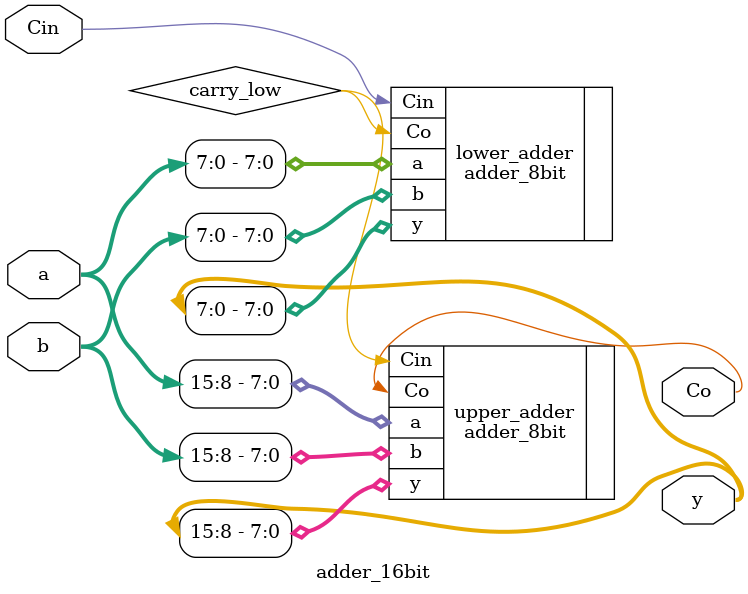
<source format=v>
module adder_16bit (
    input  wire [15:0] a,
    input  wire [15:0] b,
    input  wire        Cin,
    output wire [15:0] y,
    output wire        Co
);

    // Intermediate carry between the two 8-bit adders.
    wire carry_low;

    // Instantiate the lower 8-bit adder for bits [7:0].
    adder_8bit lower_adder (
        .a(a[7:0]),
        .b(b[7:0]),
        .Cin(Cin),
        .y(y[7:0]),
        .Co(carry_low)
    );

    // Instantiate the upper 8-bit adder for bits [15:8].
    // Its carry-in is the carry-out of the lower adder.
    adder_8bit upper_adder (
        .a(a[15:8]),
        .b(b[15:8]),
        .Cin(carry_low),
        .y(y[15:8]),
        .Co(Co)
    );

endmodule
</source>
